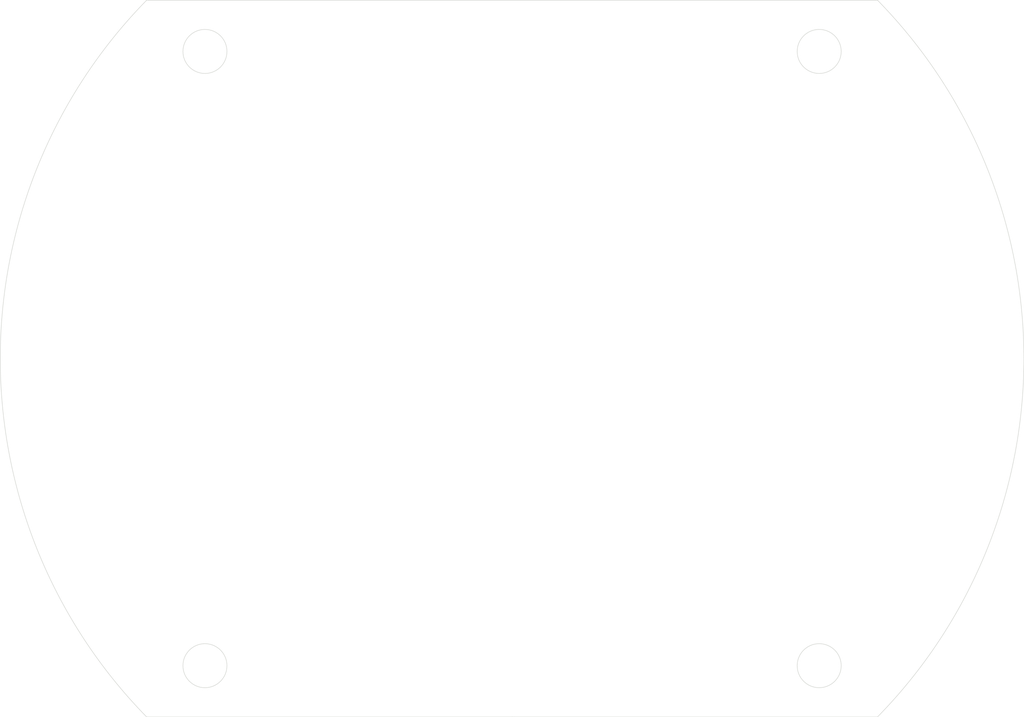
<source format=kicad_pcb>
(kicad_pcb
	(version 20241229)
	(generator "pcbnew")
	(generator_version "9.0")
	(general
		(thickness 1.6)
		(legacy_teardrops no)
	)
	(paper "A4")
	(layers
		(0 "F.Cu" signal)
		(2 "B.Cu" signal)
		(9 "F.Adhes" user "F.Adhesive")
		(11 "B.Adhes" user "B.Adhesive")
		(13 "F.Paste" user)
		(15 "B.Paste" user)
		(5 "F.SilkS" user "F.Silkscreen")
		(7 "B.SilkS" user "B.Silkscreen")
		(1 "F.Mask" user)
		(3 "B.Mask" user)
		(17 "Dwgs.User" user "User.Drawings")
		(19 "Cmts.User" user "User.Comments")
		(21 "Eco1.User" user "User.Eco1")
		(23 "Eco2.User" user "User.Eco2")
		(25 "Edge.Cuts" user)
		(27 "Margin" user)
		(31 "F.CrtYd" user "F.Courtyard")
		(29 "B.CrtYd" user "B.Courtyard")
		(35 "F.Fab" user)
		(33 "B.Fab" user)
		(39 "User.1" user)
		(41 "User.2" user)
		(43 "User.3" user)
		(45 "User.4" user)
	)
	(setup
		(pad_to_mask_clearance 0)
		(allow_soldermask_bridges_in_footprints no)
		(tenting front back)
		(pcbplotparams
			(layerselection 0x00000000_00000000_55555555_5755f5ff)
			(plot_on_all_layers_selection 0x00000000_00000000_00000000_00000000)
			(disableapertmacros no)
			(usegerberextensions no)
			(usegerberattributes yes)
			(usegerberadvancedattributes yes)
			(creategerberjobfile yes)
			(dashed_line_dash_ratio 12.000000)
			(dashed_line_gap_ratio 3.000000)
			(svgprecision 4)
			(plotframeref no)
			(mode 1)
			(useauxorigin no)
			(hpglpennumber 1)
			(hpglpenspeed 20)
			(hpglpendiameter 15.000000)
			(pdf_front_fp_property_popups yes)
			(pdf_back_fp_property_popups yes)
			(pdf_metadata yes)
			(pdf_single_document no)
			(dxfpolygonmode yes)
			(dxfimperialunits yes)
			(dxfusepcbnewfont yes)
			(psnegative no)
			(psa4output no)
			(plot_black_and_white yes)
			(plotinvisibletext no)
			(sketchpadsonfab no)
			(plotpadnumbers no)
			(hidednponfab no)
			(sketchdnponfab yes)
			(crossoutdnponfab yes)
			(subtractmaskfromsilk no)
			(outputformat 1)
			(mirror no)
			(drillshape 1)
			(scaleselection 1)
			(outputdirectory "")
		)
	)
	(net 0 "")
	(gr_circle
		(center 120 70)
		(end 122.15 70)
		(stroke
			(width 0.05)
			(type solid)
		)
		(fill no)
		(layer "Edge.Cuts")
		(uuid "1bd7e342-519b-4629-8d0d-b1c2600465e2")
	)
	(gr_line
		(start 150 135)
		(end 185.7 135)
		(stroke
			(width 0.05)
			(type default)
		)
		(layer "Edge.Cuts")
		(uuid "405feb72-59aa-4849-af78-2e9127757c27")
	)
	(gr_arc
		(start 185.7 65)
		(mid 199.9949 100)
		(end 185.7 135)
		(stroke
			(width 0.05)
			(type default)
		)
		(layer "Edge.Cuts")
		(uuid "41048435-6f10-45c9-ba44-b1a79d19f815")
	)
	(gr_line
		(start 150 65)
		(end 114.3 65)
		(stroke
			(width 0.05)
			(type default)
		)
		(layer "Edge.Cuts")
		(uuid "82843f67-738c-44f7-b82e-9b7d165e82fd")
	)
	(gr_circle
		(center 180 130)
		(end 182.15 130)
		(stroke
			(width 0.05)
			(type solid)
		)
		(fill no)
		(layer "Edge.Cuts")
		(uuid "b93b4e7c-6ff6-472b-95f3-2655b3704178")
	)
	(gr_arc
		(start 114.299999 135)
		(mid 100.0051 100)
		(end 114.3 65)
		(stroke
			(width 0.05)
			(type solid)
		)
		(layer "Edge.Cuts")
		(uuid "cd012fd3-7b20-4254-a034-a75e8e9fffdd")
	)
	(gr_line
		(start 150 65)
		(end 185.7 65)
		(stroke
			(width 0.05)
			(type default)
		)
		(layer "Edge.Cuts")
		(uuid "d1ba9410-a37d-4705-b8b4-570a663d592d")
	)
	(gr_circle
		(center 180 70)
		(end 182.15 70)
		(stroke
			(width 0.05)
			(type solid)
		)
		(fill no)
		(layer "Edge.Cuts")
		(uuid "d29eccdb-59c3-47bf-8575-a6ecabc8e6fb")
	)
	(gr_line
		(start 150 135)
		(end 114.3 135)
		(stroke
			(width 0.05)
			(type default)
		)
		(layer "Edge.Cuts")
		(uuid "dfe6ec28-a12d-49ba-88cf-11beadd000dc")
	)
	(gr_circle
		(center 120 130)
		(end 122.15 130)
		(stroke
			(width 0.05)
			(type solid)
		)
		(fill no)
		(layer "Edge.Cuts")
		(uuid "ef00a9c0-77a4-4bb1-80d1-a59acb6f5b0f")
	)
	(embedded_fonts no)
)

</source>
